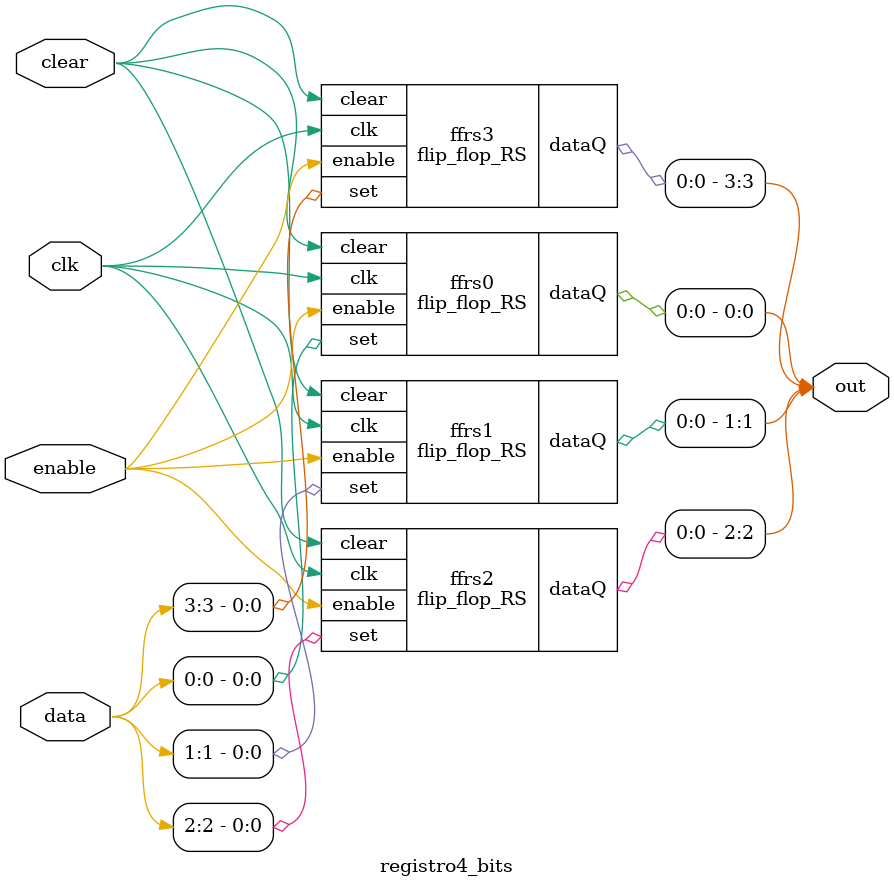
<source format=v>

module flip_flop_RS(clk, enable, set, clear, dataQ);
  input clk, set, clear, enable;
  output dataQ;
  wire aux1, aux2, aux3, aux4, trueSignal, allowWrite, tsn, clearN; //tsn = true signal negado, clearN = clear negado
  
  not(tsn, trueSignal);
  not(clearN, clear);
  
  and(allowWrite, clk, enable);
  and(trueSignal, set, clearN);
  
  nand(aux1, allowWrite, trueSignal);
  nand(aux2, allowWrite, tsn);
  nand(aux3, aux1, aux4);
  nand(aux4, aux2, aux3);
  assign dataQ = aux3;
endmodule

module registro4_bits(clk, enable, data, clear, out);
  input clk, enable, clear;
  input [3:0] data;
  output [3:0] out;
  
  flip_flop_RS ffrs0(clk, enable, data[0], clear, out[0]);
  flip_flop_RS ffrs1(clk, enable, data[1], clear, out[1]);
  flip_flop_RS ffrs2(clk, enable, data[2], clear, out[2]);
  flip_flop_RS ffrs3(clk, enable, data[3], clear, out[3]);
endmodule

</source>
